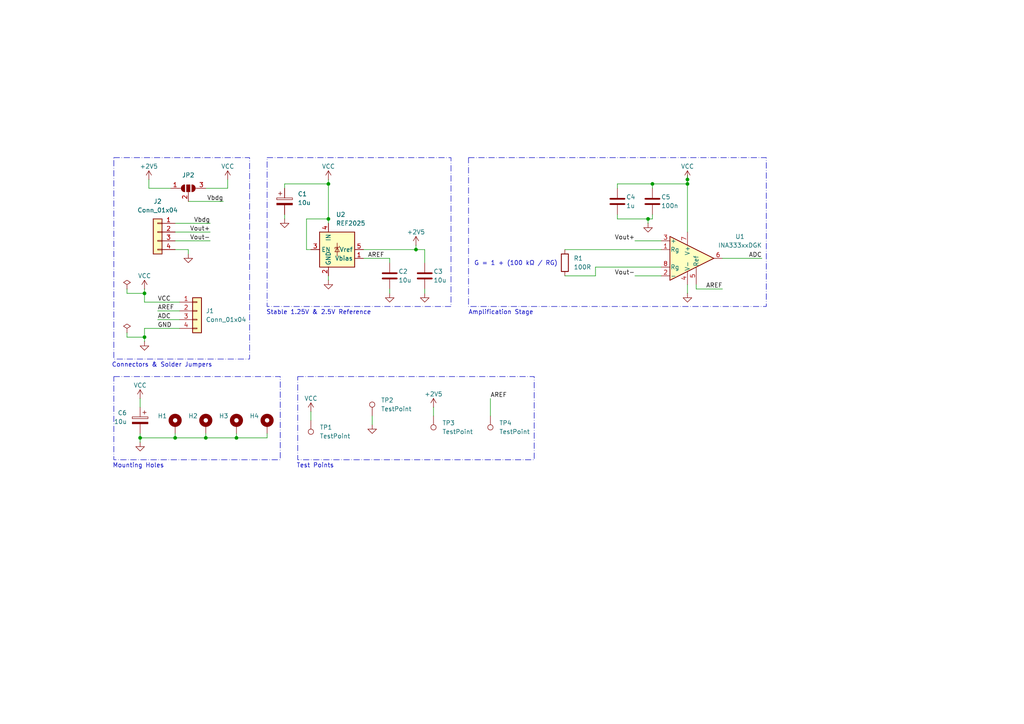
<source format=kicad_sch>
(kicad_sch (version 20231120) (generator "eeschema") (generator_version "8.0")
  (paper "A4")
  (title_block (title "Strain Sensor") (date "2025-03-11") (rev "1") (company "EPFL") (comment 1 "Consider current excitement of bridge") (comment 2 "Power jumper to choose bridge excitement voltage in case reference chip doesn't work"))
  (lib_symbols
    (symbol "Amplifier_Instrumentation:INA333xxDGK" (pin_names (offset 0.127))
      (property "Reference" "U" (at 3.81 3.175 0))
      (property "Value" "INA333xxDGK" (at 3.81 -3.175 0))
      (symbol "INA333xxDGK_0_1"
        (polyline (pts (xy 7.62 0) (xy -5.08 6.35) (xy -5.08 -6.35) (xy 7.62 0)) (stroke (width 0.254)) (fill (type background)))
      )
      (symbol "INA333xxDGK_1_1"
        (pin passive line (at -7.62 2.54 0) (length 2.54) (name "Rg") (number "1"))
        (pin input line (at -7.62 -5.08 0) (length 2.54) (name "-") (number "2"))
        (pin input line (at -7.62 5.08 0) (length 2.54) (name "+") (number "3"))
        (pin power_in line (at 0 -7.62 90) (length 3.81) (name "V-") (number "4"))
        (pin input line (at 2.54 -7.62 90) (length 5.08) (name "Ref") (number "5"))
        (pin output line (at 10.16 0 180) (length 2.54) (name "~") (number "6"))
        (pin power_in line (at 0 7.62 270) (length 3.81) (name "V+") (number "7"))
        (pin passive line (at -7.62 -2.54 0) (length 2.54) (name "Rg") (number "8"))
      )
    )
    (symbol "Connector:TestPoint" (pin_numbers hide) (pin_names (offset 0.762) hide)
      (property "Reference" "TP" (at 0 6.858 0))
      (property "Value" "TestPoint" (at 0 5.08 0))
      (symbol "TestPoint_0_1"
        (circle (center 0 3.302) (radius 0.762))
      )
      (symbol "TestPoint_1_1"
        (pin passive line (at 0 0 90) (length 2.54) (name "1") (number "1"))
      )
    )
    (symbol "Connector_Generic:Conn_01x04" (pin_names (offset 1.016) hide)
      (property "Reference" "J" (at 0 5.08 0))
      (property "Value" "Conn_01x04" (at 0 -7.62 0))
      (symbol "Conn_01x04_1_1"
        (rectangle (start -1.27 -4.953) (end 0 -5.207) (stroke (width 0.1524)))
        (rectangle (start -1.27 -2.413) (end 0 -2.667) (stroke (width 0.1524)))
        (rectangle (start -1.27 0.127) (end 0 -0.127) (stroke (width 0.1524)))
        (rectangle (start -1.27 2.667) (end 0 2.413) (stroke (width 0.1524)))
        (rectangle (start -1.27 3.81) (end 1.27 -6.35) (stroke (width 0.254)) (fill (type background)))
        (pin passive line (at -5.08 2.54 0) (length 3.81) (name "Pin_1") (number "1"))
        (pin passive line (at -5.08 0 0) (length 3.81) (name "Pin_2") (number "2"))
        (pin passive line (at -5.08 -2.54 0) (length 3.81) (name "Pin_3") (number "3"))
        (pin passive line (at -5.08 -5.08 0) (length 3.81) (name "Pin_4") (number "4"))
      )
    )
    (symbol "Device:C" (pin_numbers hide) (pin_names (offset 0.254))
      (property "Reference" "C" (at 0.635 2.54 0))
      (property "Value" "C" (at 0.635 -2.54 0))
      (symbol "C_0_1"
        (polyline (pts (xy -2.032 -0.762) (xy 2.032 -0.762)) (stroke (width 0.508)))
        (polyline (pts (xy -2.032 0.762) (xy 2.032 0.762)) (stroke (width 0.508)))
      )
      (symbol "C_1_1"
        (pin passive line (at 0 3.81 270) (length 2.794) (name "~") (number "1"))
        (pin passive line (at 0 -3.81 90) (length 2.794) (name "~") (number "2"))
      )
    )
    (symbol "Device:C_Polarized" (pin_numbers hide) (pin_names (offset 0.254))
      (property "Reference" "C" (at 0.635 2.54 0))
      (property "Value" "C_Polarized" (at 0.635 -2.54 0))
      (symbol "C_Polarized_0_1"
        (rectangle (start -2.286 0.508) (end 2.286 1.016))
        (polyline (pts (xy -1.778 2.286) (xy -0.762 2.286)))
        (polyline (pts (xy -1.27 2.794) (xy -1.27 1.778)))
        (rectangle (start 2.286 -0.508) (end -2.286 -1.016) (fill (type outline)))
      )
      (symbol "C_Polarized_1_1"
        (pin passive line (at 0 3.81 270) (length 2.794) (name "~") (number "1"))
        (pin passive line (at 0 -3.81 90) (length 2.794) (name "~") (number "2"))
      )
    )
    (symbol "Device:R" (pin_numbers hide) (pin_names (offset 0))
      (property "Reference" "R" (at 2.032 0 90))
      (property "Value" "R" (at 0 0 90))
      (symbol "R_0_1"
        (rectangle (start -1.016 -2.54) (end 1.016 2.54) (stroke (width 0.254)))
      )
      (symbol "R_1_1"
        (pin passive line (at 0 3.81 270) (length 1.27) (name "~") (number "1"))
        (pin passive line (at 0 -3.81 90) (length 1.27) (name "~") (number "2"))
      )
    )
    (symbol "Jumper:SolderJumper_3_Open" (pin_names (offset 0) hide) (exclude_from_sim yes) (in_bom no)
      (property "Reference" "JP" (at -2.54 -2.54 0))
      (property "Value" "SolderJumper_3_Open" (at 0 2.794 0))
      (symbol "SolderJumper_3_Open_0_1"
        (arc (start -1.016 1.016) (mid -2.0276 0) (end -1.016 -1.016))
        (arc (start -1.016 1.016) (mid -2.0276 0) (end -1.016 -1.016) (fill (type outline)))
        (rectangle (start -0.508 1.016) (end 0.508 -1.016) (fill (type outline)))
        (polyline (pts (xy -2.54 0) (xy -2.032 0)))
        (polyline (pts (xy -1.016 1.016) (xy -1.016 -1.016)))
        (polyline (pts (xy 0 -1.27) (xy 0 -1.016)))
        (polyline (pts (xy 1.016 1.016) (xy 1.016 -1.016)))
        (polyline (pts (xy 2.54 0) (xy 2.032 0)))
        (arc (start 1.016 -1.016) (mid 2.0276 0) (end 1.016 1.016))
        (arc (start 1.016 -1.016) (mid 2.0276 0) (end 1.016 1.016) (fill (type outline)))
      )
      (symbol "SolderJumper_3_Open_1_1"
        (pin passive line (at -5.08 0 0) (length 2.54) (name "A") (number "1"))
        (pin passive line (at 0 -3.81 90) (length 2.54) (name "C") (number "2"))
        (pin passive line (at 5.08 0 180) (length 2.54) (name "B") (number "3"))
      )
    )
    (symbol "Mechanical:MountingHole_Pad" (pin_numbers hide) (pin_names (offset 1.016) hide) (exclude_from_sim yes) (in_bom no)
      (property "Reference" "H" (at 0 6.35 0))
      (property "Value" "MountingHole_Pad" (at 0 4.445 0))
      (symbol "MountingHole_Pad_0_1"
        (circle (center 0 1.27) (radius 1.27) (stroke (width 1.27)))
      )
      (symbol "MountingHole_Pad_1_1"
        (pin input line (at 0 -2.54 90) (length 2.54) (name "1") (number "1"))
      )
    )
    (symbol "Reference_Voltage:REF2025"
      (property "Reference" "U2" (at -0.3459 10.16 0))
      (property "Value" "REF2025" (at -0.3459 7.62 0))
      (symbol "REF2025_0_1"
        (rectangle (start -5.08 5.08) (end 5.08 -5.08) (stroke (width 0.254)) (fill (type background)))
        (polyline (pts (xy 0 1.905) (xy 0 -1.905)))
        (polyline (pts (xy -0.635 -0.635) (xy 0.635 -0.635) (xy 0 0.635) (xy -0.635 -0.635)))
        (polyline (pts (xy 0.635 1.016) (xy 0.635 0.635) (xy -0.635 0.635) (xy -0.635 0.254)))
      )
      (symbol "REF2025_1_1"
        (pin output line (at 7.62 -2.54 180) (length 2.54) (name "Vbias") (number "1"))
        (pin power_in line (at -2.54 -7.62 90) (length 2.54) (name "GND") (number "2"))
        (pin input line (at -7.62 0 0) (length 2.54) (name "EN") (number "3"))
        (pin power_in line (at -2.54 7.62 270) (length 2.54) (name "IN") (number "4"))
        (pin power_out line (at 7.62 0 180) (length 2.54) (name "Vref") (number "5"))
      )
    )
    (symbol "power:+2V5" (power) (pin_numbers hide) (pin_names (offset 0) hide)
      (property "Value" "+2V5" (at 0 3.556 0))
      (symbol "+2V5_0_1"
        (polyline (pts (xy -0.762 1.27) (xy 0 2.54)))
        (polyline (pts (xy 0 0) (xy 0 2.54)))
        (polyline (pts (xy 0 2.54) (xy 0.762 1.27)))
      )
      (symbol "+2V5_1_1"
        (pin power_in line (at 0 0 90) (length 0) (name "~") (number "1"))
      )
    )
    (symbol "power:GND" (power) (pin_numbers hide) (pin_names (offset 0) hide)
      (property "Value" "GND" (at 0 -3.81 0))
      (symbol "GND_0_1"
        (polyline (pts (xy 0 0) (xy 0 -1.27) (xy 1.27 -1.27) (xy 0 -2.54) (xy -1.27 -1.27) (xy 0 -1.27)))
      )
      (symbol "GND_1_1"
        (pin power_in line (at 0 0 270) (length 0) (name "~") (number "1"))
      )
    )
    (symbol "power:PWR_FLAG" (power) (pin_numbers hide) (pin_names (offset 0) hide)
      (property "Value" "PWR_FLAG" (at 0 3.81 0))
      (symbol "PWR_FLAG_0_0"
        (pin power_out line (at 0 0 90) (length 0) (name "~") (number "1"))
      )
      (symbol "PWR_FLAG_0_1"
        (polyline (pts (xy 0 0) (xy 0 1.27) (xy -1.016 1.905) (xy 0 2.54) (xy 1.016 1.905) (xy 0 1.27)))
      )
    )
    (symbol "power:VCC" (power) (pin_numbers hide) (pin_names (offset 0) hide)
      (property "Value" "VCC" (at 0 3.556 0))
      (symbol "VCC_0_1"
        (polyline (pts (xy -0.762 1.27) (xy 0 2.54)))
        (polyline (pts (xy 0 0) (xy 0 2.54)))
        (polyline (pts (xy 0 2.54) (xy 0.762 1.27)))
      )
      (symbol "VCC_1_1"
        (pin power_in line (at 0 0 90) (length 0) (name "~") (number "1"))
      )
    )
  )
  (junction (at 41.91 97.79))
  (junction (at 120.65 72.39))
  (junction (at 50.8 127))
  (junction (at 95.25 63.5))
  (junction (at 187.96 63.5))
  (junction (at 95.25 53.34))
  (junction (at 41.91 85.09))
  (junction (at 59.69 127))
  (junction (at 199.39 53.34))
  (junction (at 40.64 127))
  (junction (at 189.23 53.34))
  (junction (at 68.58 127))
  (junction (at 199.39 52.07))
  (wire (pts (xy 88.9 63.5) (xy 88.9 72.39)))
  (wire (pts (xy 41.91 95.25) (xy 41.91 97.79)))
  (wire (pts (xy 172.72 77.47) (xy 191.77 77.47)))
  (wire (pts (xy 179.07 62.23) (xy 179.07 63.5)))
  (wire (pts (xy 113.03 85.09) (xy 113.03 83.82)))
  (wire (pts (xy 179.07 63.5) (xy 187.96 63.5)))
  (wire (pts (xy 41.91 95.25) (xy 52.07 95.25)))
  (wire (pts (xy 187.96 64.77) (xy 187.96 63.5)))
  (wire (pts (xy 105.41 72.39) (xy 120.65 72.39)))
  (wire (pts (xy 201.93 83.82) (xy 201.93 82.55)))
  (wire (pts (xy 45.72 90.17) (xy 52.07 90.17)))
  (wire (pts (xy 95.25 63.5) (xy 95.25 64.77)))
  (wire (pts (xy 50.8 127) (xy 40.64 127)))
  (wire (pts (xy 189.23 53.34) (xy 189.23 54.61)))
  (wire (pts (xy 45.72 92.71) (xy 52.07 92.71)))
  (wire (pts (xy 40.64 115.57) (xy 40.64 118.11)))
  (wire (pts (xy 41.91 85.09) (xy 41.91 87.63)))
  (wire (pts (xy 36.83 97.79) (xy 36.83 96.52)))
  (wire (pts (xy 50.8 69.85) (xy 60.96 69.85)))
  (wire (pts (xy 54.61 73.66) (xy 54.61 72.39)))
  (wire (pts (xy 95.25 52.07) (xy 95.25 53.34)))
  (wire (pts (xy 50.8 67.31) (xy 60.96 67.31)))
  (wire (pts (xy 189.23 62.23) (xy 189.23 63.5)))
  (wire (pts (xy 142.24 115.57) (xy 142.24 120.65)))
  (wire (pts (xy 43.18 52.07) (xy 43.18 54.61)))
  (wire (pts (xy 77.47 127) (xy 68.58 127)))
  (wire (pts (xy 199.39 53.34) (xy 189.23 53.34)))
  (wire (pts (xy 90.17 119.38) (xy 90.17 121.92)))
  (wire (pts (xy 68.58 127) (xy 59.69 127)))
  (wire (pts (xy 125.73 118.11) (xy 125.73 120.65)))
  (wire (pts (xy 107.95 120.65) (xy 107.95 123.19)))
  (wire (pts (xy 88.9 72.39) (xy 90.17 72.39)))
  (wire (pts (xy 36.83 85.09) (xy 41.91 85.09)))
  (wire (pts (xy 199.39 53.34) (xy 199.39 67.31)))
  (wire (pts (xy 199.39 52.07) (xy 199.39 53.34)))
  (wire (pts (xy 41.91 97.79) (xy 41.91 99.06)))
  (wire (pts (xy 163.83 72.39) (xy 191.77 72.39)))
  (wire (pts (xy 187.96 63.5) (xy 189.23 63.5)))
  (wire (pts (xy 66.04 52.07) (xy 66.04 54.61)))
  (wire (pts (xy 199.39 82.55) (xy 199.39 85.09)))
  (wire (pts (xy 77.47 125.73) (xy 77.47 127)))
  (wire (pts (xy 40.64 125.73) (xy 40.64 127)))
  (wire (pts (xy 41.91 83.82) (xy 41.91 85.09)))
  (wire (pts (xy 50.8 125.73) (xy 50.8 127)))
  (wire (pts (xy 113.03 74.93) (xy 113.03 76.2)))
  (wire (pts (xy 54.61 72.39) (xy 50.8 72.39)))
  (wire (pts (xy 220.98 74.93) (xy 209.55 74.93)))
  (wire (pts (xy 184.15 69.85) (xy 191.77 69.85)))
  (wire (pts (xy 82.55 54.61) (xy 82.55 53.34)))
  (wire (pts (xy 40.64 127) (xy 40.64 128.27)))
  (wire (pts (xy 123.19 72.39) (xy 123.19 76.2)))
  (wire (pts (xy 120.65 71.12) (xy 120.65 72.39)))
  (wire (pts (xy 36.83 83.82) (xy 36.83 85.09)))
  (wire (pts (xy 184.15 80.01) (xy 191.77 80.01)))
  (wire (pts (xy 189.23 53.34) (xy 179.07 53.34)))
  (wire (pts (xy 82.55 63.5) (xy 82.55 62.23)))
  (wire (pts (xy 50.8 64.77) (xy 60.96 64.77)))
  (wire (pts (xy 163.83 80.01) (xy 172.72 80.01)))
  (wire (pts (xy 199.39 50.8) (xy 199.39 52.07)))
  (wire (pts (xy 68.58 125.73) (xy 68.58 127)))
  (wire (pts (xy 59.69 125.73) (xy 59.69 127)))
  (wire (pts (xy 95.25 81.28) (xy 95.25 80.01)))
  (wire (pts (xy 41.91 87.63) (xy 52.07 87.63)))
  (wire (pts (xy 179.07 53.34) (xy 179.07 54.61)))
  (wire (pts (xy 105.41 74.93) (xy 113.03 74.93)))
  (wire (pts (xy 54.61 58.42) (xy 64.77 58.42)))
  (wire (pts (xy 59.69 54.61) (xy 66.04 54.61)))
  (wire (pts (xy 59.69 127) (xy 50.8 127)))
  (wire (pts (xy 209.55 83.82) (xy 201.93 83.82)))
  (wire (pts (xy 95.25 63.5) (xy 88.9 63.5)))
  (wire (pts (xy 120.65 72.39) (xy 123.19 72.39)))
  (wire (pts (xy 172.72 80.01) (xy 172.72 77.47)))
  (wire (pts (xy 43.18 54.61) (xy 49.53 54.61)))
  (wire (pts (xy 95.25 53.34) (xy 95.25 63.5)))
  (wire (pts (xy 123.19 85.09) (xy 123.19 83.82)))
  (wire (pts (xy 36.83 97.79) (xy 41.91 97.79)))
  (wire (pts (xy 82.55 53.34) (xy 95.25 53.34)))
  (rectangle (start 135.89 45.72) (end 222.25 88.9) (stroke (width 0) (type dash_dot)))
  (rectangle (start 86.36 109.22) (end 154.94 133.35) (stroke (width 0) (type dash_dot)))
  (rectangle (start 33.02 45.72) (end 72.39 104.14) (stroke (width 0) (type dash_dot)))
  (rectangle (start 77.47 45.72) (end 130.81 88.9) (stroke (width 0) (type dash_dot)))
  (rectangle (start 33.02 109.22) (end 81.28 133.35) (stroke (width 0) (type dash_dot)))
  (text "Test Points" (at 91.44 135.128 0) (effects (font (size 1.27 1.27))))
  (text "Stable 1.25V & 2.5V Reference" (at 92.456 90.678 0) (effects (font (size 1.27 1.27))))
  (text "Mounting Holes" (at 40.132 135.128 0) (effects (font (size 1.27 1.27))))
  (text "G = 1 + (100 kΩ / RG) " (at 150.114 76.454 0) (effects (font (size 1.27 1.27))))
  (text "Connectors & Solder Jumpers" (at 46.99 105.918 0) (effects (font (size 1.27 1.27))))
  (text "Amplification Stage" (at 145.288 90.678 0) (effects (font (size 1.27 1.27))))
  (label "Vout+" (at 60.96 67.31 180))
  (label "AREF" (at 142.24 115.57 0))
  (label "Vbdg" (at 60.96 64.77 180))
  (label "AREF" (at 106.68 74.93 0))
  (label "AREF" (at 209.55 83.82 180))
  (label "ADC" (at 45.72 92.71 0))
  (label "Vout-" (at 60.96 69.85 180))
  (label "VCC" (at 45.72 87.63 0))
  (label "Vout-" (at 184.15 80.01 180))
  (label "GND" (at 45.72 95.25 0))
  (label "ADC" (at 220.98 74.93 180))
  (label "AREF" (at 45.72 90.17 0))
  (label "Vbdg" (at 64.77 58.42 180))
  (label "Vout+" (at 184.15 69.85 180))
  (symbol (lib_id "power:GND") (at 113.03 85.09 0) (unit 1)
    (property "Reference" "#PWR06" (effects (hide yes)))
    (property "Value" "GND" (effects (hide yes)))
    (property "Description" "Power symbol creates a global label with name \"GND\" , ground" (effects (hide yes)))
  )
  (symbol (lib_id "power:+2V5") (at 120.65 71.12 0) (unit 1)
    (property "Reference" "#PWR07" (effects (hide yes)))
    (property "Value" "+2V5" (at 120.65 67.31 0))
    (property "Description" "Power symbol creates a global label with name \"+2V5\"" (effects (hide yes)))
  )
  (symbol (lib_id "power:PWR_FLAG") (at 36.83 83.82 0) (unit 1)
    (property "Reference" "#FLG01" (effects (hide yes)))
    (property "Value" "PWR_FLAG" (effects (hide yes)))
    (property "Description" "Special symbol for telling ERC where power comes from" (effects (hide yes)))
  )
  (symbol (lib_id "Connector_Generic:Conn_01x04") (at 57.15 90.17 0) (unit 1)
    (property "Reference" "J1" (at 59.69 90.1699 0) (effects (justify left)))
    (property "Value" "Conn_01x04" (at 59.69 92.7099 0) (effects (justify left)))
    (property "Description" "Generic connector, single row, 01x04, script generated (kicad-library-utils/schlib/autogen/connector/)" (effects (hide yes)))
  )
  (symbol (lib_id "Reference_Voltage:REF2025") (at 97.79 72.39 0) (unit 1)
    (property "Reference" "U2" (at 97.4441 62.23 0) (effects (justify left)))
    (property "Value" "REF2025" (at 97.4441 64.77 0) (effects (justify left)))
    (property "Footprint" "Package_TO_SOT_SMD:SOT-23-5" (effects (hide yes)))
    (property "Datasheet" "https://www.ti.com/lit/ds/symlink/ref2033.pdf" (effects (hide yes)))
    (property "Description" "2.5V Low-Drift, Low-Power, Dual-Output, VREF and VREF / 2 Voltage Reference, SOT-23-5" (effects (hide yes)))
  )
  (symbol (lib_id "Device:R") (at 163.83 76.2 0) (unit 1)
    (property "Reference" "R1" (at 166.37 74.93 0) (effects (justify left)))
    (property "Value" "100R" (at 166.37 77.47 0) (effects (justify left)))
    (property "Description" "Resistor" (effects (hide yes)))
  )
  (symbol (lib_id "power:VCC") (at 40.64 115.57 0) (mirror y) (unit 1)
    (property "Reference" "#PWR018" (effects (hide yes)))
    (property "Value" "VCC" (at 40.64 111.76 0))
    (property "Description" "Power symbol creates a global label with name \"VCC\"" (effects (hide yes)))
  )
  (symbol (lib_id "Connector:TestPoint") (at 90.17 121.92 180) (unit 1)
    (property "Reference" "TP1" (at 92.71 123.9519 0) (effects (justify right)))
    (property "Value" "TestPoint" (at 92.71 126.4919 0) (effects (justify right)))
    (property "Description" "test point" (effects (hide yes)))
  )
  (symbol (lib_id "Mechanical:MountingHole_Pad") (at 50.8 123.19 0) (unit 1) (exclude_from_sim yes) (in_bom no)
    (property "Reference" "H1" (at 45.72 120.65 0) (effects (justify left)))
    (property "Value" "MountingHole_Pad" (effects (hide yes)))
    (property "Description" "Mounting Hole with connection" (effects (hide yes)))
  )
  (symbol (lib_id "power:+2V5") (at 43.18 52.07 0) (unit 1)
    (property "Reference" "#PWR09" (effects (hide yes)))
    (property "Value" "+2V5" (at 43.18 48.26 0))
    (property "Description" "Power symbol creates a global label with name \"+2V5\"" (effects (hide yes)))
  )
  (symbol (lib_id "Mechanical:MountingHole_Pad") (at 68.58 123.19 0) (unit 1) (exclude_from_sim yes) (in_bom no)
    (property "Reference" "H3" (at 63.5 120.65 0) (effects (justify left)))
    (property "Value" "MountingHole_Pad" (effects (hide yes)))
    (property "Description" "Mounting Hole with connection" (effects (hide yes)))
  )
  (symbol (lib_id "Amplifier_Instrumentation:INA333xxDGK") (at 199.39 74.93 0) (unit 1)
    (property "Reference" "U1" (at 214.63 68.6114 0))
    (property "Value" "INA333xxDGK" (at 214.63 71.1514 0))
    (property "Footprint" "Package_SO:VSSOP-8_3x3mm_P0.65mm" (effects (hide yes)))
    (property "Datasheet" "https://www.ti.com/lit/ds/symlink/ina333.pdf" (effects (hide yes)))
    (property "Description" "Zero Drift, Micropower Instrumentation Amplifier G = 1 + 100kOhm/Rg, VSSOP-8" (effects (hide yes)))
  )
  (symbol (lib_id "power:GND") (at 95.25 81.28 0) (unit 1)
    (property "Reference" "#PWR012" (effects (hide yes)))
    (property "Value" "GND" (effects (hide yes)))
    (property "Description" "Power symbol creates a global label with name \"GND\" , ground" (effects (hide yes)))
  )
  (symbol (lib_id "power:GND") (at 54.61 73.66 0) (unit 1)
    (property "Reference" "#PWR03" (effects (hide yes)))
    (property "Value" "GND" (effects (hide yes)))
    (property "Description" "Power symbol creates a global label with name \"GND\" , ground" (effects (hide yes)))
  )
  (symbol (lib_id "Device:C") (at 189.23 58.42 0) (unit 1)
    (property "Reference" "C5" (at 191.77 57.15 0) (effects (justify left)))
    (property "Value" "100n" (at 191.77 59.69 0) (effects (justify left)))
    (property "Description" "Unpolarized capacitor" (effects (hide yes)))
  )
  (symbol (lib_id "Mechanical:MountingHole_Pad") (at 59.69 123.19 0) (unit 1) (exclude_from_sim yes) (in_bom no)
    (property "Reference" "H2" (at 54.61 120.65 0) (effects (justify left)))
    (property "Value" "MountingHole_Pad" (effects (hide yes)))
    (property "Description" "Mounting Hole with connection" (effects (hide yes)))
  )
  (symbol (lib_id "power:GND") (at 41.91 99.06 0) (unit 1)
    (property "Reference" "#PWR02" (effects (hide yes)))
    (property "Value" "GND" (effects (hide yes)))
    (property "Description" "Power symbol creates a global label with name \"GND\" , ground" (effects (hide yes)))
  )
  (symbol (lib_id "Connector:TestPoint") (at 107.95 120.65 0) (unit 1)
    (property "Reference" "TP2" (at 110.49 116.0779 0) (effects (justify left)))
    (property "Value" "TestPoint" (at 110.49 118.6179 0) (effects (justify left)))
    (property "Description" "test point" (effects (hide yes)))
  )
  (symbol (lib_id "power:GND") (at 107.95 123.19 0) (mirror y) (unit 1)
    (property "Reference" "#PWR014" (effects (hide yes)))
    (property "Value" "GND" (effects (hide yes)))
    (property "Description" "Power symbol creates a global label with name \"GND\" , ground" (effects (hide yes)))
  )
  (symbol (lib_id "power:PWR_FLAG") (at 36.83 96.52 0) (unit 1)
    (property "Reference" "#FLG02" (effects (hide yes)))
    (property "Value" "PWR_FLAG" (effects (hide yes)))
    (property "Description" "Special symbol for telling ERC where power comes from" (effects (hide yes)))
  )
  (symbol (lib_id "power:GND") (at 40.64 128.27 0) (mirror y) (unit 1)
    (property "Reference" "#PWR019" (effects (hide yes)))
    (property "Value" "GND" (effects (hide yes)))
    (property "Description" "Power symbol creates a global label with name \"GND\" , ground" (effects (hide yes)))
  )
  (symbol (lib_id "Connector:TestPoint") (at 142.24 120.65 180) (unit 1)
    (property "Reference" "TP4" (at 144.78 122.6819 0) (effects (justify right)))
    (property "Value" "TestPoint" (at 144.78 125.2219 0) (effects (justify right)))
    (property "Description" "test point" (effects (hide yes)))
  )
  (symbol (lib_id "Device:C") (at 179.07 58.42 0) (unit 1)
    (property "Reference" "C4" (at 181.61 57.15 0) (effects (justify left)))
    (property "Value" "1u" (at 181.61 59.69 0) (effects (justify left)))
    (property "Description" "Unpolarized capacitor" (effects (hide yes)))
  )
  (symbol (lib_id "power:GND") (at 123.19 85.09 0) (unit 1)
    (property "Reference" "#PWR016" (effects (hide yes)))
    (property "Value" "GND" (effects (hide yes)))
    (property "Description" "Power symbol creates a global label with name \"GND\" , ground" (effects (hide yes)))
  )
  (symbol (lib_id "Mechanical:MountingHole_Pad") (at 77.47 123.19 0) (unit 1) (exclude_from_sim yes) (in_bom no)
    (property "Reference" "H4" (at 72.39 120.65 0) (effects (justify left)))
    (property "Value" "MountingHole_Pad" (effects (hide yes)))
    (property "Description" "Mounting Hole with connection" (effects (hide yes)))
  )
  (symbol (lib_id "Device:C") (at 123.19 80.01 0) (unit 1)
    (property "Reference" "C3" (at 125.73 78.74 0) (effects (justify left)))
    (property "Value" "10u" (at 125.73 81.28 0) (effects (justify left)))
    (property "Description" "Unpolarized capacitor" (effects (hide yes)))
  )
  (symbol (lib_id "Device:C") (at 113.03 80.01 0) (unit 1)
    (property "Reference" "C2" (at 115.57 78.74 0) (effects (justify left)))
    (property "Value" "10u" (at 115.57 81.28 0) (effects (justify left)))
    (property "Description" "Unpolarized capacitor" (effects (hide yes)))
  )
  (symbol (lib_id "Connector:TestPoint") (at 125.73 120.65 180) (unit 1)
    (property "Reference" "TP3" (at 128.27 122.6819 0) (effects (justify right)))
    (property "Value" "TestPoint" (at 128.27 125.2219 0) (effects (justify right)))
    (property "Description" "test point" (effects (hide yes)))
  )
  (symbol (lib_id "power:VCC") (at 90.17 119.38 0) (unit 1)
    (property "Reference" "#PWR011" (effects (hide yes)))
    (property "Value" "VCC" (at 90.17 115.57 0))
    (property "Description" "Power symbol creates a global label with name \"VCC\"" (effects (hide yes)))
  )
  (symbol (lib_id "power:+2V5") (at 125.73 118.11 0) (unit 1)
    (property "Reference" "#PWR015" (effects (hide yes)))
    (property "Value" "+2V5" (at 125.73 114.3 0))
    (property "Description" "Power symbol creates a global label with name \"+2V5\"" (effects (hide yes)))
  )
  (symbol (lib_id "power:GND") (at 82.55 63.5 0) (unit 1)
    (property "Reference" "#PWR013" (effects (hide yes)))
    (property "Value" "GND" (effects (hide yes)))
    (property "Description" "Power symbol creates a global label with name \"GND\" , ground" (effects (hide yes)))
  )
  (symbol (lib_id "power:GND") (at 187.96 64.77 0) (unit 1)
    (property "Reference" "#PWR017" (effects (hide yes)))
    (property "Value" "GND" (effects (hide yes)))
    (property "Description" "Power symbol creates a global label with name \"GND\" , ground" (effects (hide yes)))
  )
  (symbol (lib_id "power:VCC") (at 95.25 52.07 0) (unit 1)
    (property "Reference" "#PWR08" (effects (hide yes)))
    (property "Value" "VCC" (at 95.25 48.26 0))
    (property "Description" "Power symbol creates a global label with name \"VCC\"" (effects (hide yes)))
  )
  (symbol (lib_id "Device:C_Polarized") (at 40.64 121.92 0) (mirror y) (unit 1)
    (property "Reference" "C6" (at 36.83 119.7609 0) (effects (justify left)))
    (property "Value" "10u" (at 36.83 122.3009 0) (effects (justify left)))
    (property "Description" "Polarized capacitor" (effects (hide yes)))
  )
  (symbol (lib_id "Jumper:SolderJumper_3_Open") (at 54.61 54.61 0) (unit 1) (exclude_from_sim yes) (in_bom no)
    (property "Reference" "JP2" (at 54.61 50.8 0))
    (property "Value" "SolderJumper_3_Open" (effects (hide yes)))
    (property "Description" "Solder Jumper, 3-pole, open" (effects (hide yes)))
  )
  (symbol (lib_id "Device:C_Polarized") (at 82.55 58.42 0) (unit 1)
    (property "Reference" "C1" (at 86.36 56.2609 0) (effects (justify left)))
    (property "Value" "10u" (at 86.36 58.8009 0) (effects (justify left)))
    (property "Description" "Polarized capacitor" (effects (hide yes)))
  )
  (symbol (lib_id "Connector_Generic:Conn_01x04") (at 45.72 67.31 0) (mirror y) (unit 1)
    (property "Reference" "J2" (at 45.72 58.42 0))
    (property "Value" "Conn_01x04" (at 45.72 60.96 0))
    (property "Description" "Generic connector, single row, 01x04, script generated (kicad-library-utils/schlib/autogen/connector/)" (effects (hide yes)))
  )
  (symbol (lib_id "power:GND") (at 199.39 85.09 0) (unit 1)
    (property "Reference" "#PWR04" (effects (hide yes)))
    (property "Value" "GND" (effects (hide yes)))
    (property "Description" "Power symbol creates a global label with name \"GND\" , ground" (effects (hide yes)))
  )
  (symbol (lib_id "power:VCC") (at 199.39 52.07 0) (unit 1)
    (property "Reference" "#PWR05" (effects (hide yes)))
    (property "Value" "VCC" (at 199.39 48.26 0))
    (property "Description" "Power symbol creates a global label with name \"VCC\"" (effects (hide yes)))
  )
  (symbol (lib_id "power:VCC") (at 66.04 52.07 0) (unit 1)
    (property "Reference" "#PWR010" (effects (hide yes)))
    (property "Value" "VCC" (at 66.04 48.26 0))
    (property "Description" "Power symbol creates a global label with name \"VCC\"" (effects (hide yes)))
  )
  (symbol (lib_id "power:VCC") (at 41.91 83.82 0) (unit 1)
    (property "Reference" "#PWR01" (effects (hide yes)))
    (property "Value" "VCC" (at 41.91 80.01 0))
    (property "Description" "Power symbol creates a global label with name \"VCC\"" (effects (hide yes)))
  )
)
</source>
